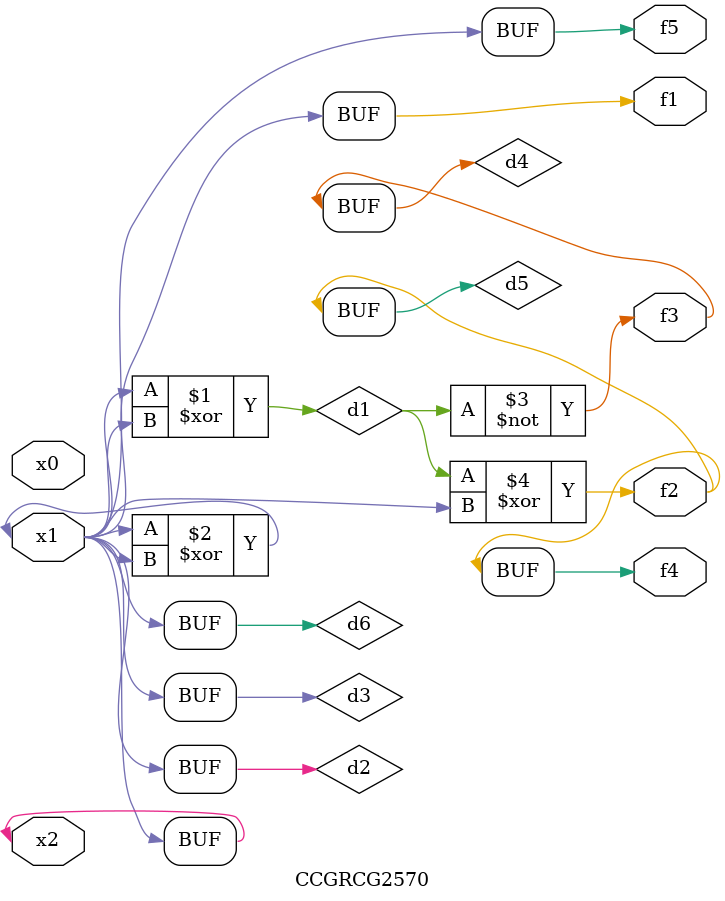
<source format=v>
module CCGRCG2570(
	input x0, x1, x2,
	output f1, f2, f3, f4, f5
);

	wire d1, d2, d3, d4, d5, d6;

	xor (d1, x1, x2);
	buf (d2, x1, x2);
	xor (d3, x1, x2);
	nor (d4, d1);
	xor (d5, d1, d2);
	buf (d6, d2, d3);
	assign f1 = d6;
	assign f2 = d5;
	assign f3 = d4;
	assign f4 = d5;
	assign f5 = d6;
endmodule

</source>
